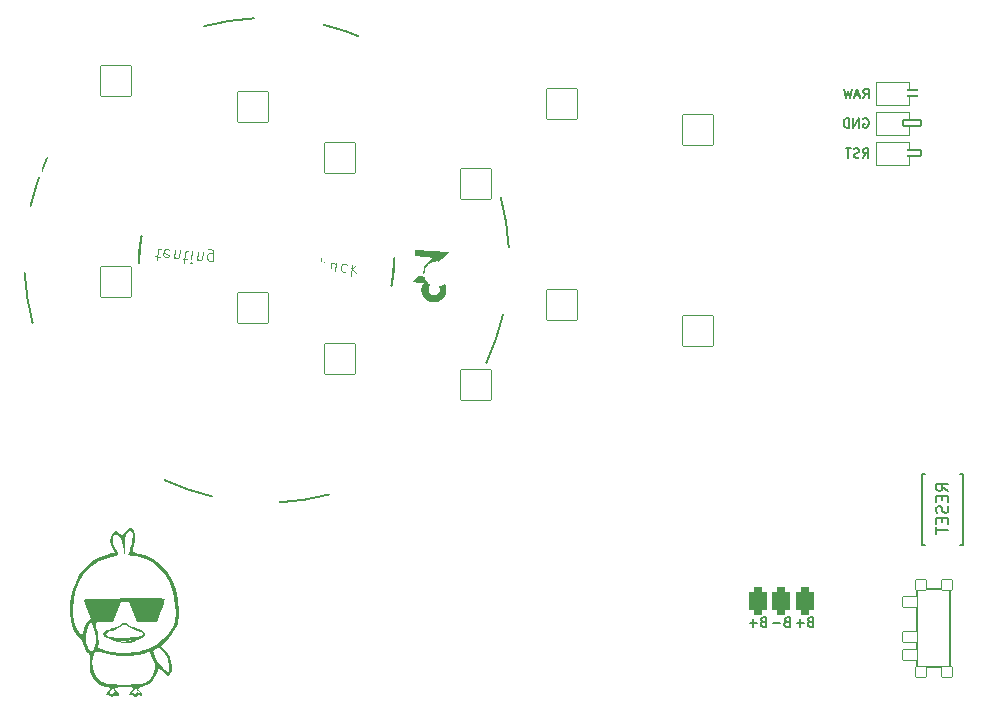
<source format=gbo>
%TF.GenerationSoftware,KiCad,Pcbnew,(6.0.4)*%
%TF.CreationDate,2022-05-15T06:34:31+02:00*%
%TF.ProjectId,battoota,62617474-6f6f-4746-912e-6b696361645f,v1.0.0*%
%TF.SameCoordinates,Original*%
%TF.FileFunction,Legend,Bot*%
%TF.FilePolarity,Positive*%
%FSLAX46Y46*%
G04 Gerber Fmt 4.6, Leading zero omitted, Abs format (unit mm)*
G04 Created by KiCad (PCBNEW (6.0.4)) date 2022-05-15 06:34:31*
%MOMM*%
%LPD*%
G01*
G04 APERTURE LIST*
G04 Aperture macros list*
%AMRoundRect*
0 Rectangle with rounded corners*
0 $1 Rounding radius*
0 $2 $3 $4 $5 $6 $7 $8 $9 X,Y pos of 4 corners*
0 Add a 4 corners polygon primitive as box body*
4,1,4,$2,$3,$4,$5,$6,$7,$8,$9,$2,$3,0*
0 Add four circle primitives for the rounded corners*
1,1,$1+$1,$2,$3*
1,1,$1+$1,$4,$5*
1,1,$1+$1,$6,$7*
1,1,$1+$1,$8,$9*
0 Add four rect primitives between the rounded corners*
20,1,$1+$1,$2,$3,$4,$5,0*
20,1,$1+$1,$4,$5,$6,$7,0*
20,1,$1+$1,$6,$7,$8,$9,0*
20,1,$1+$1,$8,$9,$2,$3,0*%
%AMFreePoly0*
4,1,16,0.685355,0.785355,0.700000,0.750000,0.691603,0.722265,0.210093,0.000000,0.691603,-0.722265,0.699029,-0.759806,0.677735,-0.791603,0.650000,-0.800000,-0.500000,-0.800000,-0.535355,-0.785355,-0.550000,-0.750000,-0.550000,0.750000,-0.535355,0.785355,-0.500000,0.800000,0.650000,0.800000,0.685355,0.785355,0.685355,0.785355,$1*%
%AMFreePoly1*
4,1,16,0.535355,0.785355,0.550000,0.750000,0.550000,-0.750000,0.535355,-0.785355,0.500000,-0.800000,-0.500000,-0.800000,-0.535355,-0.785355,-0.541603,-0.777735,-1.041603,-0.027735,-1.049029,0.009806,-1.041603,0.027735,-0.541603,0.777735,-0.509806,0.799029,-0.500000,0.800000,0.500000,0.800000,0.535355,0.785355,0.535355,0.785355,$1*%
G04 Aperture macros list end*
%ADD10C,0.150000*%
%ADD11C,0.100000*%
%ADD12C,0.120000*%
%ADD13C,0.200000*%
%ADD14C,0.010000*%
%ADD15RoundRect,0.375000X-0.375000X-0.750000X0.375000X-0.750000X0.375000X0.750000X-0.375000X0.750000X0*%
%ADD16C,1.752600*%
%ADD17RoundRect,0.425000X-0.375000X-0.750000X0.375000X-0.750000X0.375000X0.750000X-0.375000X0.750000X0*%
%ADD18C,2.100000*%
%ADD19C,3.100000*%
%ADD20C,1.801800*%
%ADD21C,3.529000*%
%ADD22RoundRect,0.050000X-1.277114X-1.322490X1.322490X-1.277114X1.277114X1.322490X-1.322490X1.277114X0*%
%ADD23C,2.132000*%
%ADD24RoundRect,0.050000X-1.300000X-1.300000X1.300000X-1.300000X1.300000X1.300000X-1.300000X1.300000X0*%
%ADD25RoundRect,0.050000X-1.666227X-0.776974X0.776974X-1.666227X1.666227X0.776974X-0.776974X1.666227X0*%
%ADD26RoundRect,0.050000X-0.450000X0.450000X-0.450000X-0.450000X0.450000X-0.450000X0.450000X0.450000X0*%
%ADD27C,1.100000*%
%ADD28RoundRect,0.050000X-0.625000X0.450000X-0.625000X-0.450000X0.625000X-0.450000X0.625000X0.450000X0*%
%ADD29RoundRect,0.050000X-1.253839X-1.344577X1.344577X-1.253839X1.253839X1.344577X-1.344577X1.253839X0*%
%ADD30RoundRect,0.050000X-1.408356X-1.181751X1.181751X-1.408356X1.408356X1.181751X-1.181751X1.408356X0*%
%ADD31C,1.852600*%
%ADD32FreePoly0,180.000000*%
%ADD33RoundRect,0.050000X-0.762000X0.250000X-0.762000X-0.250000X0.762000X-0.250000X0.762000X0.250000X0*%
%ADD34FreePoly1,180.000000*%
%ADD35C,4.500000*%
G04 APERTURE END LIST*
D10*
%TO.C,PAD1*%
X151983491Y56420824D02*
X151869205Y56382729D01*
X151831110Y56344634D01*
X151793015Y56268443D01*
X151793015Y56154158D01*
X151831110Y56077967D01*
X151869205Y56039872D01*
X151945396Y56001777D01*
X152250157Y56001777D01*
X152250157Y56801777D01*
X151983491Y56801777D01*
X151907300Y56763682D01*
X151869205Y56725586D01*
X151831110Y56649396D01*
X151831110Y56573205D01*
X151869205Y56497015D01*
X151907300Y56458920D01*
X151983491Y56420824D01*
X152250157Y56420824D01*
X151450157Y56306539D02*
X150840634Y56306539D01*
X151145396Y56001777D02*
X151145396Y56611301D01*
X147983491Y56420824D02*
X147869205Y56382729D01*
X147831110Y56344634D01*
X147793015Y56268443D01*
X147793015Y56154158D01*
X147831110Y56077967D01*
X147869205Y56039872D01*
X147945396Y56001777D01*
X148250157Y56001777D01*
X148250157Y56801777D01*
X147983491Y56801777D01*
X147907300Y56763682D01*
X147869205Y56725586D01*
X147831110Y56649396D01*
X147831110Y56573205D01*
X147869205Y56497015D01*
X147907300Y56458920D01*
X147983491Y56420824D01*
X148250157Y56420824D01*
X147450157Y56306539D02*
X146840634Y56306539D01*
X147145396Y56001777D02*
X147145396Y56611301D01*
X149983491Y56420824D02*
X149869205Y56382729D01*
X149831110Y56344634D01*
X149793015Y56268443D01*
X149793015Y56154158D01*
X149831110Y56077967D01*
X149869205Y56039872D01*
X149945396Y56001777D01*
X150250157Y56001777D01*
X150250157Y56801777D01*
X149983491Y56801777D01*
X149907300Y56763682D01*
X149869205Y56725586D01*
X149831110Y56649396D01*
X149831110Y56573205D01*
X149869205Y56497015D01*
X149907300Y56458920D01*
X149983491Y56420824D01*
X150250157Y56420824D01*
X149450157Y56306539D02*
X148840634Y56306539D01*
%TO.C,B1*%
X163655571Y67481899D02*
X163179381Y67815233D01*
X163655571Y68053328D02*
X162655571Y68053328D01*
X162655571Y67672376D01*
X162703191Y67577138D01*
X162750810Y67529519D01*
X162846048Y67481899D01*
X162988905Y67481899D01*
X163084143Y67529519D01*
X163131762Y67577138D01*
X163179381Y67672376D01*
X163179381Y68053328D01*
X163131762Y67053328D02*
X163131762Y66719995D01*
X163655571Y66577138D02*
X163655571Y67053328D01*
X162655571Y67053328D01*
X162655571Y66577138D01*
X163607952Y66196185D02*
X163655571Y66053328D01*
X163655571Y65815233D01*
X163607952Y65719995D01*
X163560333Y65672376D01*
X163465095Y65624757D01*
X163369857Y65624757D01*
X163274619Y65672376D01*
X163227000Y65719995D01*
X163179381Y65815233D01*
X163131762Y66005709D01*
X163084143Y66100947D01*
X163036524Y66148566D01*
X162941286Y66196185D01*
X162846048Y66196185D01*
X162750810Y66148566D01*
X162703191Y66100947D01*
X162655571Y66005709D01*
X162655571Y65767614D01*
X162703191Y65624757D01*
X163131762Y65196185D02*
X163131762Y64862852D01*
X163655571Y64719995D02*
X163655571Y65196185D01*
X162655571Y65196185D01*
X162655571Y64719995D01*
X162655571Y64434280D02*
X162655571Y63862852D01*
X163655571Y64148566D02*
X162655571Y64148566D01*
%TO.C,MCU1*%
X156461797Y100746264D02*
X156728464Y101127216D01*
X156918940Y100746264D02*
X156918940Y101546264D01*
X156614178Y101546264D01*
X156537988Y101508169D01*
X156499893Y101470073D01*
X156461797Y101393883D01*
X156461797Y101279597D01*
X156499893Y101203407D01*
X156537988Y101165311D01*
X156614178Y101127216D01*
X156918940Y101127216D01*
X156157036Y100974835D02*
X155776083Y100974835D01*
X156233226Y100746264D02*
X155966559Y101546264D01*
X155699893Y100746264D01*
X155509417Y101546264D02*
X155318940Y100746264D01*
X155166559Y101317692D01*
X155014178Y100746264D01*
X154823702Y101546264D01*
X156424534Y95708696D02*
X156691200Y96089648D01*
X156881677Y95708696D02*
X156881677Y96508696D01*
X156576915Y96508696D01*
X156500724Y96470601D01*
X156462629Y96432505D01*
X156424534Y96356315D01*
X156424534Y96242029D01*
X156462629Y96165839D01*
X156500724Y96127743D01*
X156576915Y96089648D01*
X156881677Y96089648D01*
X156119772Y95746791D02*
X156005486Y95708696D01*
X155815010Y95708696D01*
X155738819Y95746791D01*
X155700724Y95784886D01*
X155662629Y95861077D01*
X155662629Y95937267D01*
X155700724Y96013458D01*
X155738819Y96051553D01*
X155815010Y96089648D01*
X155967391Y96127743D01*
X156043581Y96165839D01*
X156081677Y96203934D01*
X156119772Y96280124D01*
X156119772Y96356315D01*
X156081677Y96432505D01*
X156043581Y96470601D01*
X155967391Y96508696D01*
X155776915Y96508696D01*
X155662629Y96470601D01*
X155434058Y96508696D02*
X154976915Y96508696D01*
X155205486Y95708696D02*
X155205486Y96508696D01*
X156481677Y99010601D02*
X156557868Y99048696D01*
X156672154Y99048696D01*
X156786439Y99010601D01*
X156862630Y98934410D01*
X156900725Y98858220D01*
X156938820Y98705839D01*
X156938820Y98591553D01*
X156900725Y98439172D01*
X156862630Y98362981D01*
X156786439Y98286791D01*
X156672154Y98248696D01*
X156595963Y98248696D01*
X156481677Y98286791D01*
X156443582Y98324886D01*
X156443582Y98591553D01*
X156595963Y98591553D01*
X156100725Y98248696D02*
X156100725Y99048696D01*
X155643582Y98248696D01*
X155643582Y99048696D01*
X155262630Y98248696D02*
X155262630Y99048696D01*
X155072154Y99048696D01*
X154957868Y99010601D01*
X154881677Y98934410D01*
X154843582Y98858220D01*
X154805487Y98705839D01*
X154805487Y98591553D01*
X154843582Y98439172D01*
X154881677Y98362981D01*
X154957868Y98286791D01*
X155072154Y98248696D01*
X155262630Y98248696D01*
D11*
%TO.C,REF\u002A\u002A*%
X96539323Y87368605D02*
X96918825Y87335402D01*
X96652584Y87024089D02*
X96727289Y87877970D01*
X96783027Y87968695D01*
X96882053Y88007833D01*
X96976929Y87999532D01*
X97684346Y87889840D02*
X97593621Y87945579D01*
X97403870Y87962180D01*
X97304844Y87923042D01*
X97249105Y87832317D01*
X97215903Y87452814D01*
X97255040Y87353788D01*
X97345766Y87298050D01*
X97535517Y87281449D01*
X97634543Y87320586D01*
X97690282Y87411312D01*
X97698582Y87506187D01*
X97232504Y87642566D01*
X98104771Y87231646D02*
X98162875Y87895775D01*
X98113072Y87326521D02*
X98156359Y87274933D01*
X98247085Y87219195D01*
X98389398Y87206744D01*
X98488424Y87245881D01*
X98544163Y87336607D01*
X98589816Y87858423D01*
X98863777Y87165241D02*
X99243280Y87132039D01*
X98977038Y86820725D02*
X99051743Y87674607D01*
X99107482Y87765332D01*
X99206508Y87804469D01*
X99301383Y87796169D01*
X99633448Y87767117D02*
X99575344Y87102987D01*
X99546293Y86770922D02*
X99503005Y86822510D01*
X99554593Y86865798D01*
X99597881Y86814210D01*
X99546293Y86770922D01*
X99554593Y86865798D01*
X100049723Y87061484D02*
X100107827Y87725614D01*
X100058023Y87156360D02*
X100101311Y87104772D01*
X100192036Y87049034D01*
X100334350Y87036583D01*
X100433376Y87075720D01*
X100489114Y87166445D01*
X100534767Y87688262D01*
X101377982Y86945277D02*
X101448537Y87751720D01*
X101409400Y87850746D01*
X101366112Y87902334D01*
X101275387Y87958072D01*
X101133073Y87970523D01*
X101034047Y87931386D01*
X101431936Y87561969D02*
X101341211Y87617707D01*
X101151459Y87634308D01*
X101052433Y87595171D01*
X101000845Y87551883D01*
X100945107Y87461158D01*
X100920205Y87176531D01*
X100959342Y87077505D01*
X101002630Y87025917D01*
X101093355Y86970178D01*
X101283107Y86953577D01*
X101382133Y86992715D01*
X110445757Y86215692D02*
X110532913Y87211887D01*
X110449907Y86263130D02*
X110540633Y86207391D01*
X110730384Y86190790D01*
X110829410Y86229927D01*
X110880998Y86273215D01*
X110936737Y86363940D01*
X110961638Y86648568D01*
X110922501Y86747593D01*
X110879214Y86799182D01*
X110788488Y86854920D01*
X110598737Y86871521D01*
X110499711Y86832384D01*
X111774017Y86099484D02*
X111832121Y86763614D01*
X111347076Y86136837D02*
X111392729Y86658653D01*
X111448468Y86749378D01*
X111547494Y86788516D01*
X111689807Y86776065D01*
X111780533Y86720326D01*
X111823820Y86668738D01*
X112729289Y86637321D02*
X112638564Y86693059D01*
X112448813Y86709660D01*
X112349787Y86670523D01*
X112298199Y86627236D01*
X112242460Y86536510D01*
X112217558Y86251883D01*
X112256696Y86152857D01*
X112299983Y86101269D01*
X112390709Y86045531D01*
X112580460Y86028930D01*
X112679486Y86068067D01*
X113160380Y86647406D02*
X113073225Y85651212D01*
X113222054Y86259603D02*
X113539883Y86614204D01*
X113481779Y85950074D02*
X113135479Y86362779D01*
D10*
%TO.C,B1*%
X164953191Y62902519D02*
X164703191Y62902519D01*
X164953191Y68902519D02*
X164953191Y62902519D01*
X161453191Y68902519D02*
X161703191Y68902519D01*
X161703191Y62902519D02*
X161453191Y62902519D01*
X161453191Y62902519D02*
X161453191Y68902519D01*
X164703191Y68902519D02*
X164953191Y68902519D01*
%TO.C,T2*%
X163850140Y53894619D02*
X163850140Y57794619D01*
X161000140Y52544619D02*
X163850140Y52544619D01*
X163850140Y59144619D02*
X161000140Y59144619D01*
X161000140Y59144619D02*
X161000140Y52544619D01*
X163850140Y55844619D02*
X163850140Y59144619D01*
X163850140Y55844619D02*
X163850140Y52544619D01*
D12*
%TO.C,MCU1*%
X160318690Y98922542D02*
X160318690Y99602542D01*
X160318690Y95062542D02*
X160318690Y95722542D01*
X160318690Y102142542D02*
X157518690Y102142542D01*
X157518690Y102142542D02*
X157518690Y100142542D01*
X160318690Y96397542D02*
X160318690Y97062542D01*
X157518690Y95062542D02*
X160318690Y95062542D01*
X160318690Y100142542D02*
X160318690Y100822542D01*
X157518690Y97062542D02*
X157518690Y95062542D01*
X160318690Y99602542D02*
X157518690Y99602542D01*
X160318690Y97062542D02*
X157518690Y97062542D01*
X160318690Y101472542D02*
X160318690Y102142542D01*
X160318690Y97602542D02*
X160318690Y98272542D01*
X157518690Y99602542D02*
X157518690Y97602542D01*
X157518690Y97602542D02*
X160318690Y97602542D01*
X157518690Y100142542D02*
X160318690Y100142542D01*
D13*
%TO.C,REF\u002A\u002A*%
X116719707Y86073125D02*
G75*
G03*
X116759141Y87202370I-10753822J940837D01*
G01*
X95177918Y87875940D02*
G75*
G03*
X95138484Y86746694I10753881J-940847D01*
G01*
X97303511Y68412016D02*
G75*
G03*
X101348154Y67020342I8662314J18602072D01*
G01*
X95369120Y89073754D02*
G75*
G03*
X95211863Y87954817I10596565J-2059774D01*
G01*
X116562451Y84954188D02*
G75*
G03*
X116719707Y86073125I-10596588J2059770D01*
G01*
X87363832Y95676250D02*
G75*
G03*
X85972156Y91631602I18601953J-8662279D01*
G01*
X114628063Y105615924D02*
G75*
G03*
X110583416Y107007600I-8662278J-18601953D01*
G01*
X95335175Y88994877D02*
G75*
G03*
X95177918Y87875940I10596587J-2059771D01*
G01*
X124567740Y78351696D02*
G75*
G03*
X125959414Y82396340I-18601955J8662275D01*
G01*
X126457509Y88089593D02*
G75*
G03*
X125789322Y92314451I-20491743J-1075626D01*
G01*
X107041407Y66522247D02*
G75*
G03*
X111266266Y67190434I-1075622J20491724D01*
G01*
X85474061Y85938349D02*
G75*
G03*
X86142248Y81713490I20491724J1075622D01*
G01*
X116685762Y85994247D02*
G75*
G03*
X116725196Y87123492I-10753843J940845D01*
G01*
X116528506Y84875310D02*
G75*
G03*
X116685762Y85994247I-10596588J2059770D01*
G01*
X104890163Y107505694D02*
G75*
G03*
X100665302Y106837507I1075622J-20491723D01*
G01*
X95211863Y87954817D02*
G75*
G03*
X95172429Y86825572I10753843J-940845D01*
G01*
G36*
X121281622Y87681062D02*
G01*
X121181780Y87598606D01*
X121166636Y87586098D01*
X121131629Y87557178D01*
X121081148Y87515472D01*
X121016531Y87462084D01*
X120939117Y87398121D01*
X120850242Y87324688D01*
X120751243Y87242891D01*
X120643460Y87153834D01*
X120528230Y87058622D01*
X120406890Y86958362D01*
X120280779Y86854158D01*
X120151234Y86747116D01*
X119220530Y85978082D01*
X119242581Y86265622D01*
X119264632Y86553163D01*
X120134259Y87283093D01*
X118506917Y87425467D01*
X118550186Y87920032D01*
X121281622Y87681062D01*
G37*
D14*
X121281622Y87681062D02*
X121181780Y87598606D01*
X121166636Y87586098D01*
X121131629Y87557178D01*
X121081148Y87515472D01*
X121016531Y87462084D01*
X120939117Y87398121D01*
X120850242Y87324688D01*
X120751243Y87242891D01*
X120643460Y87153834D01*
X120528230Y87058622D01*
X120406890Y86958362D01*
X120280779Y86854158D01*
X120151234Y86747116D01*
X119220530Y85978082D01*
X119242581Y86265622D01*
X119264632Y86553163D01*
X120134259Y87283093D01*
X118506917Y87425467D01*
X118550186Y87920032D01*
X121281622Y87681062D01*
G36*
X119561908Y85629415D02*
G01*
X119573599Y85628389D01*
X119723478Y85615015D01*
X119860170Y85602389D01*
X119982268Y85590659D01*
X120088369Y85579968D01*
X120177067Y85570462D01*
X120196943Y85568137D01*
X120246958Y85562287D01*
X120296635Y85555587D01*
X120324694Y85550509D01*
X120370194Y85537625D01*
X120493597Y85489132D01*
X120614173Y85423207D01*
X120725832Y85343479D01*
X120822484Y85253583D01*
X120830884Y85244422D01*
X120921388Y85127778D01*
X120994396Y84998503D01*
X121048517Y84860086D01*
X121082365Y84716020D01*
X121094547Y84569794D01*
X121090276Y84469538D01*
X121065985Y84322676D01*
X121021355Y84182613D01*
X120957656Y84051430D01*
X120876153Y83931201D01*
X120778115Y83824005D01*
X120664809Y83731916D01*
X120537504Y83657015D01*
X120426002Y83609296D01*
X120282663Y83568489D01*
X120135917Y83549852D01*
X119983122Y83552889D01*
X119894104Y83564252D01*
X119746373Y83599944D01*
X119608671Y83654907D01*
X119482575Y83727985D01*
X119369668Y83818026D01*
X119271531Y83923876D01*
X119189743Y84044383D01*
X119125886Y84178391D01*
X119099459Y84250821D01*
X119076902Y84328220D01*
X119063729Y84401298D01*
X119058504Y84478530D01*
X119059789Y84568395D01*
X119060676Y84586198D01*
X119063821Y84609619D01*
X119579945Y84609619D01*
X119580435Y84508287D01*
X119599753Y84409228D01*
X119637264Y84315967D01*
X119692328Y84232032D01*
X119764310Y84160946D01*
X119791182Y84140757D01*
X119880445Y84089129D01*
X119975972Y84057828D01*
X120082515Y84045126D01*
X120087810Y84044945D01*
X120143279Y84044427D01*
X120186051Y84048070D01*
X120225614Y84057302D01*
X120271451Y84073550D01*
X120311505Y84091616D01*
X120373691Y84127819D01*
X120433124Y84170859D01*
X120483441Y84215969D01*
X120518274Y84258380D01*
X120527430Y84273808D01*
X120548289Y84313044D01*
X120568061Y84354476D01*
X120593623Y84425344D01*
X120611149Y84527908D01*
X120607254Y84630178D01*
X120582683Y84729483D01*
X120538185Y84823150D01*
X120474505Y84908506D01*
X120392391Y84982879D01*
X120340950Y85016144D01*
X120249941Y85054654D01*
X120153684Y85073688D01*
X120055385Y85073950D01*
X119958251Y85056146D01*
X119865486Y85020984D01*
X119780300Y84969169D01*
X119705897Y84901405D01*
X119645484Y84818403D01*
X119638001Y84805001D01*
X119598922Y84709698D01*
X119579945Y84609619D01*
X119063821Y84609619D01*
X119079221Y84724308D01*
X119118156Y84851783D01*
X119177725Y84969254D01*
X119258174Y85077351D01*
X119277414Y85099893D01*
X119295860Y85123221D01*
X119303234Y85135054D01*
X119299298Y85136310D01*
X119275708Y85139828D01*
X119232865Y85144908D01*
X119173120Y85151309D01*
X119098827Y85158788D01*
X119012337Y85167108D01*
X118916003Y85176027D01*
X118812177Y85185304D01*
X118320500Y85228468D01*
X118872834Y85689789D01*
X119561908Y85629415D01*
G37*
X119561908Y85629415D02*
X119573599Y85628389D01*
X119723478Y85615015D01*
X119860170Y85602389D01*
X119982268Y85590659D01*
X120088369Y85579968D01*
X120177067Y85570462D01*
X120196943Y85568137D01*
X120246958Y85562287D01*
X120296635Y85555587D01*
X120324694Y85550509D01*
X120370194Y85537625D01*
X120493597Y85489132D01*
X120614173Y85423207D01*
X120725832Y85343479D01*
X120822484Y85253583D01*
X120830884Y85244422D01*
X120921388Y85127778D01*
X120994396Y84998503D01*
X121048517Y84860086D01*
X121082365Y84716020D01*
X121094547Y84569794D01*
X121090276Y84469538D01*
X121065985Y84322676D01*
X121021355Y84182613D01*
X120957656Y84051430D01*
X120876153Y83931201D01*
X120778115Y83824005D01*
X120664809Y83731916D01*
X120537504Y83657015D01*
X120426002Y83609296D01*
X120282663Y83568489D01*
X120135917Y83549852D01*
X119983122Y83552889D01*
X119894104Y83564252D01*
X119746373Y83599944D01*
X119608671Y83654907D01*
X119482575Y83727985D01*
X119369668Y83818026D01*
X119271531Y83923876D01*
X119189743Y84044383D01*
X119125886Y84178391D01*
X119099459Y84250821D01*
X119076902Y84328220D01*
X119063729Y84401298D01*
X119058504Y84478530D01*
X119059789Y84568395D01*
X119060676Y84586198D01*
X119063821Y84609619D01*
X119579945Y84609619D01*
X119580435Y84508287D01*
X119599753Y84409228D01*
X119637264Y84315967D01*
X119692328Y84232032D01*
X119764310Y84160946D01*
X119791182Y84140757D01*
X119880445Y84089129D01*
X119975972Y84057828D01*
X120082515Y84045126D01*
X120087810Y84044945D01*
X120143279Y84044427D01*
X120186051Y84048070D01*
X120225614Y84057302D01*
X120271451Y84073550D01*
X120311505Y84091616D01*
X120373691Y84127819D01*
X120433124Y84170859D01*
X120483441Y84215969D01*
X120518274Y84258380D01*
X120527430Y84273808D01*
X120548289Y84313044D01*
X120568061Y84354476D01*
X120593623Y84425344D01*
X120611149Y84527908D01*
X120607254Y84630178D01*
X120582683Y84729483D01*
X120538185Y84823150D01*
X120474505Y84908506D01*
X120392391Y84982879D01*
X120340950Y85016144D01*
X120249941Y85054654D01*
X120153684Y85073688D01*
X120055385Y85073950D01*
X119958251Y85056146D01*
X119865486Y85020984D01*
X119780300Y84969169D01*
X119705897Y84901405D01*
X119645484Y84818403D01*
X119638001Y84805001D01*
X119598922Y84709698D01*
X119579945Y84609619D01*
X119063821Y84609619D01*
X119079221Y84724308D01*
X119118156Y84851783D01*
X119177725Y84969254D01*
X119258174Y85077351D01*
X119277414Y85099893D01*
X119295860Y85123221D01*
X119303234Y85135054D01*
X119299298Y85136310D01*
X119275708Y85139828D01*
X119232865Y85144908D01*
X119173120Y85151309D01*
X119098827Y85158788D01*
X119012337Y85167108D01*
X118916003Y85176027D01*
X118812177Y85185304D01*
X118320500Y85228468D01*
X118872834Y85689789D01*
X119561908Y85629415D01*
G36*
X120846532Y86716492D02*
G01*
X120849734Y86713023D01*
X120870948Y86689216D01*
X120903565Y86651885D01*
X120944754Y86604298D01*
X120991689Y86549717D01*
X121041539Y86491408D01*
X121201830Y86303372D01*
X121147792Y85685717D01*
X121116752Y85716842D01*
X121114271Y85719361D01*
X121092932Y85741975D01*
X121060083Y85777732D01*
X121017650Y85824468D01*
X120967558Y85880017D01*
X120911731Y85942216D01*
X120852097Y86008897D01*
X120790579Y86077896D01*
X120729102Y86147050D01*
X120669592Y86214191D01*
X120613974Y86277157D01*
X120564174Y86333780D01*
X120522115Y86381898D01*
X120489725Y86419343D01*
X120468927Y86443952D01*
X120461648Y86453558D01*
X120461876Y86454071D01*
X120472952Y86465378D01*
X120498703Y86488704D01*
X120536434Y86521688D01*
X120583449Y86561968D01*
X120637049Y86607181D01*
X120811814Y86753541D01*
X120846532Y86716492D01*
G37*
X120846532Y86716492D02*
X120849734Y86713023D01*
X120870948Y86689216D01*
X120903565Y86651885D01*
X120944754Y86604298D01*
X120991689Y86549717D01*
X121041539Y86491408D01*
X121201830Y86303372D01*
X121147792Y85685717D01*
X121116752Y85716842D01*
X121114271Y85719361D01*
X121092932Y85741975D01*
X121060083Y85777732D01*
X121017650Y85824468D01*
X120967558Y85880017D01*
X120911731Y85942216D01*
X120852097Y86008897D01*
X120790579Y86077896D01*
X120729102Y86147050D01*
X120669592Y86214191D01*
X120613974Y86277157D01*
X120564174Y86333780D01*
X120522115Y86381898D01*
X120489725Y86419343D01*
X120468927Y86443952D01*
X120461648Y86453558D01*
X120461876Y86454071D01*
X120472952Y86465378D01*
X120498703Y86488704D01*
X120536434Y86521688D01*
X120583449Y86561968D01*
X120637049Y86607181D01*
X120811814Y86753541D01*
X120846532Y86716492D01*
%TO.C,G\u002A\u002A\u002A*%
G36*
X94630151Y54707570D02*
G01*
X94396858Y54643258D01*
X94146747Y54624050D01*
X93810667Y54635225D01*
X93526219Y54656367D01*
X93256312Y54699910D01*
X93120476Y54741218D01*
X93661943Y54741218D01*
X93712212Y54724332D01*
X93895333Y54717727D01*
X94019582Y54720197D01*
X94125956Y54733481D01*
X94085833Y54754419D01*
X93951551Y54768426D01*
X93704833Y54754419D01*
X93661943Y54741218D01*
X93120476Y54741218D01*
X92994058Y54779662D01*
X92876275Y54830486D01*
X94341597Y54830486D01*
X94342908Y54801584D01*
X94452722Y54786018D01*
X94535945Y54799576D01*
X94503875Y54837170D01*
X94454914Y54850698D01*
X94341597Y54830486D01*
X92876275Y54830486D01*
X92687996Y54911729D01*
X92286667Y55112217D01*
X92208282Y55183879D01*
X92132425Y55360900D01*
X92132991Y55368759D01*
X92339283Y55368759D01*
X92397983Y55253540D01*
X92625333Y55143946D01*
X92847118Y55090411D01*
X93223604Y55048327D01*
X93664575Y55034937D01*
X94131166Y55047895D01*
X94584513Y55084850D01*
X94985752Y55143456D01*
X95296017Y55221363D01*
X95476445Y55316223D01*
X95492870Y55337106D01*
X95467648Y55440963D01*
X95285368Y55554542D01*
X94955354Y55671486D01*
X94780003Y55729272D01*
X94492971Y55850367D01*
X94290142Y55968931D01*
X94063133Y56096450D01*
X93778078Y56113650D01*
X93516467Y55966671D01*
X93392165Y55880634D01*
X93135190Y55755590D01*
X92833677Y55645696D01*
X92725675Y55610865D01*
X92448694Y55488302D01*
X92339283Y55368759D01*
X92132991Y55368759D01*
X92140521Y55473243D01*
X92240681Y55587134D01*
X92471092Y55710227D01*
X92577253Y55755334D01*
X92833403Y55842614D01*
X93021004Y55878141D01*
X93048079Y55880318D01*
X93244595Y55951562D01*
X93456560Y56091667D01*
X93505819Y56131487D01*
X93779808Y56277658D01*
X94047205Y56267960D01*
X94345483Y56102867D01*
X94364727Y56089006D01*
X94645319Y55941058D01*
X94941455Y55852737D01*
X95061155Y55830092D01*
X95379092Y55717187D01*
X95594233Y55556210D01*
X95673333Y55369127D01*
X95669109Y55337106D01*
X95668339Y55331266D01*
X95588156Y55214183D01*
X95392697Y55076498D01*
X95059500Y54901081D01*
X94915777Y54831706D01*
X94841849Y54799576D01*
X94689770Y54733481D01*
X94630151Y54707570D01*
G37*
G36*
X97799442Y51985333D02*
G01*
X97620028Y51773667D01*
X97429847Y51994905D01*
X97238073Y52186204D01*
X97023991Y52353234D01*
X96808316Y52490324D01*
X96707046Y52111686D01*
X96629659Y51887333D01*
X96366231Y51462822D01*
X95994214Y51144981D01*
X95540861Y50960708D01*
X95290623Y50892245D01*
X95117737Y50798440D01*
X95105769Y50691711D01*
X95250000Y50565649D01*
X95352742Y50466672D01*
X95378027Y50400075D01*
X95419333Y50291283D01*
X95407101Y50168285D01*
X95337061Y50132079D01*
X95168231Y50205783D01*
X95044914Y50243962D01*
X94964787Y50163450D01*
X94913787Y50081950D01*
X94793044Y50046823D01*
X94691542Y50155644D01*
X94639140Y50215602D01*
X94482532Y50230436D01*
X94399061Y50222079D01*
X94322767Y50286006D01*
X94347863Y50399653D01*
X94516775Y50399653D01*
X94588529Y50406426D01*
X94675489Y50412391D01*
X94770055Y50308474D01*
X94782357Y50267625D01*
X94819397Y50234979D01*
X94870367Y50357285D01*
X94882796Y50393841D01*
X94950581Y50494172D01*
X95050721Y50451053D01*
X95122415Y50405425D01*
X95216964Y50400075D01*
X95205574Y50453346D01*
X95087918Y50542119D01*
X94978257Y50630734D01*
X94904649Y50781812D01*
X94890157Y50872713D01*
X94852119Y50800000D01*
X94777115Y50677619D01*
X94625970Y50516952D01*
X94578370Y50474588D01*
X94516775Y50399653D01*
X94347863Y50399653D01*
X94352613Y50421165D01*
X94488000Y50588333D01*
X94600721Y50708613D01*
X94657333Y50813122D01*
X94638058Y50829097D01*
X94491057Y50857605D01*
X94230892Y50877310D01*
X93895333Y50884667D01*
X93500743Y50875436D01*
X93243987Y50841712D01*
X93133063Y50776462D01*
X93156460Y50672668D01*
X93302667Y50523312D01*
X93412249Y50398914D01*
X93435969Y50339995D01*
X93472000Y50250496D01*
X93416192Y50147763D01*
X93289393Y50129312D01*
X93172536Y50212400D01*
X93114992Y50241809D01*
X93003905Y50148900D01*
X92993052Y50134460D01*
X92887871Y50046615D01*
X92783433Y50101500D01*
X92715286Y50151084D01*
X92523733Y50207333D01*
X92469490Y50213637D01*
X92380726Y50295190D01*
X92401931Y50411615D01*
X92582325Y50411615D01*
X92641196Y50409547D01*
X92727380Y50413538D01*
X92813434Y50308474D01*
X92825393Y50257281D01*
X92862678Y50220838D01*
X92937544Y50330334D01*
X92972231Y50386915D01*
X93058980Y50448307D01*
X93188640Y50375229D01*
X93250894Y50330200D01*
X93265299Y50339995D01*
X93165277Y50463896D01*
X93025462Y50647764D01*
X92939127Y50800000D01*
X92938865Y50800718D01*
X92900071Y50877530D01*
X92886018Y50789160D01*
X92832576Y50660603D01*
X92688833Y50509234D01*
X92669500Y50494616D01*
X92582325Y50411615D01*
X92401931Y50411615D01*
X92405276Y50429982D01*
X92540667Y50565649D01*
X92631006Y50631564D01*
X92701167Y50756732D01*
X92606699Y50856951D01*
X92350167Y50927352D01*
X92337828Y50929377D01*
X91861255Y51091629D01*
X91460784Y51391861D01*
X91171089Y51804285D01*
X91087814Y51998086D01*
X91023345Y52239840D01*
X90993408Y52536258D01*
X90988903Y52944280D01*
X90988860Y52981843D01*
X91209666Y52981843D01*
X91243855Y52458080D01*
X91403259Y51986486D01*
X91675834Y51597674D01*
X92049535Y51322256D01*
X92087740Y51303624D01*
X92276097Y51225150D01*
X92480546Y51170693D01*
X92739395Y51134516D01*
X93090955Y51110884D01*
X93573535Y51094059D01*
X94144697Y51085675D01*
X94763194Y51103676D01*
X95251581Y51160229D01*
X95630819Y51261432D01*
X95921870Y51413383D01*
X96145694Y51622178D01*
X96323254Y51893915D01*
X96424529Y52130475D01*
X96506471Y52510221D01*
X96495436Y52859890D01*
X96388576Y53125717D01*
X96373639Y53146821D01*
X96266099Y53356554D01*
X96176048Y53613628D01*
X96118673Y53792155D01*
X96046930Y53880658D01*
X95944947Y53858602D01*
X95924596Y53849158D01*
X95746335Y53789770D01*
X95464680Y53713483D01*
X95130784Y53634382D01*
X95065628Y53620603D01*
X94366584Y53533659D01*
X93602673Y53530520D01*
X92846225Y53608041D01*
X92169571Y53763080D01*
X91877909Y53846803D01*
X91618710Y53880246D01*
X91452449Y53816468D01*
X91344247Y53638916D01*
X91259226Y53331036D01*
X91209666Y52981843D01*
X90988860Y52981843D01*
X90988570Y53237704D01*
X90973264Y53515229D01*
X90937135Y53672581D01*
X90876186Y53737889D01*
X90832845Y53765392D01*
X90703348Y53921409D01*
X90570098Y54152370D01*
X90466010Y54396190D01*
X90424000Y54590787D01*
X90417492Y54631718D01*
X90326503Y54805426D01*
X90162447Y54996326D01*
X90006162Y55166417D01*
X90623034Y55166417D01*
X90677891Y54610457D01*
X90712798Y54490235D01*
X90833625Y54214049D01*
X90973471Y54018144D01*
X91171612Y53832000D01*
X91324621Y54065520D01*
X91331980Y54077211D01*
X91424587Y54337259D01*
X91472045Y54698011D01*
X91473874Y55100552D01*
X91429593Y55485965D01*
X91338723Y55795333D01*
X91324513Y55826852D01*
X91220312Y56070303D01*
X91146909Y56261000D01*
X91133108Y56298654D01*
X91086548Y56353984D01*
X91015508Y56294714D01*
X90892074Y56103603D01*
X90715494Y55709602D01*
X90623034Y55166417D01*
X90006162Y55166417D01*
X89931662Y55247498D01*
X89586687Y55808695D01*
X89368912Y56467274D01*
X89280310Y57211605D01*
X89291634Y57429453D01*
X89577333Y57429453D01*
X89591598Y56996053D01*
X89672256Y56449611D01*
X89836742Y55973902D01*
X90099358Y55516515D01*
X90311877Y55203765D01*
X90454579Y55717039D01*
X90512624Y55897483D01*
X90660243Y56225386D01*
X90822024Y56455054D01*
X91046766Y56679797D01*
X90767747Y57469373D01*
X90690937Y57692082D01*
X90594480Y57991971D01*
X90535123Y58204433D01*
X90523469Y58293691D01*
X90533327Y58296156D01*
X90669931Y58305891D01*
X90952109Y58317554D01*
X91361589Y58330639D01*
X91880102Y58344643D01*
X92489378Y58359060D01*
X93171145Y58373386D01*
X93907135Y58387118D01*
X94795177Y58401149D01*
X95579608Y58409805D01*
X96208620Y58411980D01*
X96689312Y58407606D01*
X97028786Y58396614D01*
X97234143Y58378938D01*
X97312483Y58354508D01*
X97307050Y58248229D01*
X97249196Y58017387D01*
X97148276Y57697411D01*
X97014266Y57322808D01*
X96659625Y56382404D01*
X95807568Y56406369D01*
X94955512Y56430333D01*
X94261764Y58123667D01*
X93601220Y58123667D01*
X93254393Y57277000D01*
X92907567Y56430333D01*
X92164569Y56405736D01*
X92121125Y56404380D01*
X91791435Y56396045D01*
X91586381Y56374134D01*
X91487795Y56308177D01*
X91477510Y56167705D01*
X91537359Y55922247D01*
X91649173Y55541333D01*
X91717659Y55233477D01*
X91720290Y55100552D01*
X91729460Y54637344D01*
X91676032Y54199020D01*
X92256516Y54013069D01*
X92381603Y53976360D01*
X92909152Y53870313D01*
X93513967Y53806463D01*
X94136441Y53787253D01*
X94716969Y53815128D01*
X95195943Y53892532D01*
X95246688Y53909326D01*
X96351494Y53909326D01*
X96390368Y53730301D01*
X96518490Y53441811D01*
X96708946Y53115634D01*
X96933603Y52799169D01*
X97164329Y52539817D01*
X97196620Y52510221D01*
X97369582Y52351693D01*
X97543381Y52209176D01*
X97635814Y52154667D01*
X97659990Y52167971D01*
X97696983Y52296558D01*
X97704551Y52522068D01*
X97685264Y52795410D01*
X97641694Y53067490D01*
X97576409Y53289213D01*
X97523846Y53397075D01*
X97350897Y53671777D01*
X97145022Y53932562D01*
X96977735Y54111678D01*
X96854785Y54204283D01*
X96744974Y54207257D01*
X96596613Y54140169D01*
X96584045Y54133534D01*
X96419054Y54015990D01*
X96351494Y53909326D01*
X95246688Y53909326D01*
X95885072Y54120600D01*
X96577636Y54472478D01*
X97178727Y54912535D01*
X97663451Y55422255D01*
X98006911Y55983122D01*
X98086050Y56163499D01*
X98172071Y56405438D01*
X98220933Y56648424D01*
X98242355Y56948489D01*
X98246059Y57361667D01*
X98233847Y57779333D01*
X98144551Y58506649D01*
X97955106Y59186223D01*
X97649351Y59886437D01*
X97444161Y60251778D01*
X96969924Y60864119D01*
X96392712Y61346115D01*
X95704860Y61703495D01*
X94898703Y61941985D01*
X94848022Y61952616D01*
X94556096Y62016566D01*
X94344460Y62067479D01*
X94255967Y62095145D01*
X94253630Y62102716D01*
X94279213Y62214187D01*
X94350757Y62407500D01*
X94426846Y62619207D01*
X94524172Y62978858D01*
X94595789Y63347712D01*
X94631429Y63669494D01*
X94620827Y63887926D01*
X94559249Y64018007D01*
X94397400Y64092667D01*
X94368545Y64090770D01*
X94202876Y63985839D01*
X94080976Y63726886D01*
X94005724Y63322946D01*
X93980000Y62783053D01*
X93973060Y62468386D01*
X93951015Y62210475D01*
X93920090Y62080986D01*
X93886732Y62089934D01*
X93857386Y62247336D01*
X93838501Y62563209D01*
X93811962Y62865990D01*
X93708895Y63278090D01*
X93543192Y63593086D01*
X93329296Y63776561D01*
X93236143Y63809953D01*
X93059528Y63789447D01*
X92955656Y63620138D01*
X92921667Y63298676D01*
X92969683Y62962479D01*
X93147334Y62640621D01*
X93284157Y62452524D01*
X93395912Y62237979D01*
X93371634Y62097781D01*
X93200337Y62003552D01*
X92871037Y61926916D01*
X92514894Y61842944D01*
X91790956Y61553262D01*
X91153053Y61128956D01*
X90610423Y60582637D01*
X90172300Y59926916D01*
X89847920Y59174405D01*
X89646519Y58337713D01*
X89577333Y57429453D01*
X89291634Y57429453D01*
X89322854Y58030057D01*
X89498516Y58910998D01*
X89714637Y59564422D01*
X90100594Y60336015D01*
X90591518Y60989912D01*
X91178665Y61516989D01*
X91853291Y61908122D01*
X92606652Y62154187D01*
X92820479Y62201611D01*
X93026705Y62250687D01*
X93116352Y62276777D01*
X93113828Y62297299D01*
X93049179Y62420230D01*
X92925852Y62612889D01*
X92787409Y62875491D01*
X92704290Y63251560D01*
X92747669Y63602480D01*
X92917818Y63884849D01*
X93037321Y63996981D01*
X93184764Y64076560D01*
X93334198Y64037237D01*
X93544308Y63878407D01*
X93798941Y63664147D01*
X93910637Y63896498D01*
X94042017Y64082620D01*
X94249381Y64256116D01*
X94383944Y64323239D01*
X94511315Y64328022D01*
X94651548Y64224903D01*
X94749675Y64085694D01*
X94821521Y63771329D01*
X94805796Y63344949D01*
X94701780Y62826604D01*
X94654589Y62630014D01*
X94618996Y62419930D01*
X94623079Y62320699D01*
X94692549Y62291120D01*
X94889183Y62236755D01*
X95159750Y62176064D01*
X95646798Y62044555D01*
X96358391Y61718224D01*
X96980856Y61258241D01*
X97507025Y60675014D01*
X97929730Y59978953D01*
X98241804Y59180466D01*
X98436078Y58289961D01*
X98502260Y57361667D01*
X98505384Y57317846D01*
X98505914Y57062525D01*
X98499961Y56708150D01*
X98478003Y56449785D01*
X98431675Y56240285D01*
X98352614Y56032507D01*
X98232459Y55779309D01*
X97973312Y55341863D01*
X97496756Y54796888D01*
X97038261Y54377850D01*
X97294885Y54134092D01*
X97535219Y53850123D01*
X97752833Y53458525D01*
X97897385Y53036541D01*
X97959553Y52623879D01*
X97951282Y52522068D01*
X97930013Y52260241D01*
X97799442Y51985333D01*
G37*
%TD*%
D15*
%TO.C,PAD1*%
X151545396Y58163682D03*
X149545396Y58163682D03*
X147545396Y58163682D03*
%TD*%
D16*
%TO.C,MCU1*%
X161977213Y98602542D03*
X161977213Y96062542D03*
X146737213Y96062542D03*
X146737213Y101226288D03*
X161977213Y101142542D03*
X146737213Y98602542D03*
X146737213Y93522542D03*
X146737213Y90982542D03*
X146737213Y88442542D03*
X146737213Y85902542D03*
X146737213Y83362542D03*
X146737213Y80822542D03*
X146737213Y78282542D03*
X146737213Y75742542D03*
X146737213Y73202542D03*
X161977213Y93522542D03*
X161977213Y90982542D03*
X161977213Y88442542D03*
X161977213Y85902542D03*
X161977213Y83362542D03*
X161977213Y80822542D03*
X161977213Y78282542D03*
X161977213Y75742542D03*
X161977213Y73202542D03*
%TD*%
%LPC*%
D17*
%TO.C,PAD1*%
X151545396Y58163682D03*
X149545396Y58163682D03*
X147545396Y58163682D03*
%TD*%
D18*
%TO.C,B1*%
X163203191Y69152519D03*
X163203191Y62652519D03*
%TD*%
D19*
%TO.C,S11*%
X81997140Y112399354D03*
X76959506Y114511757D03*
X76959506Y114511757D03*
D20*
X71564186Y108466675D03*
D19*
X71998663Y112224830D03*
D21*
X77063348Y108562663D03*
D20*
X82562510Y108658651D03*
D22*
X73685005Y114454600D03*
X85271641Y112456511D03*
%TD*%
D20*
%TO.C,S34*%
X141178726Y44889558D03*
D21*
X136010417Y46770669D03*
D20*
X130842108Y48651780D03*
D23*
X130012277Y44909938D03*
X139409204Y41489736D03*
X133992498Y41226483D03*
X133992498Y41226483D03*
%TD*%
D21*
%TO.C,S15*%
X96495817Y96246989D03*
D20*
X101995817Y96246989D03*
D19*
X101495817Y99996989D03*
X96495817Y102196989D03*
X96495817Y102196989D03*
X91495817Y99996989D03*
D20*
X90995817Y96246989D03*
D24*
X93220817Y102196989D03*
X104770817Y99996989D03*
%TD*%
D19*
%TO.C,S21*%
X115411087Y95636017D03*
D20*
X109911087Y89686017D03*
D19*
X115411087Y95636017D03*
X120411087Y93436017D03*
D20*
X120911087Y89686017D03*
D19*
X110411087Y93436017D03*
D21*
X115411087Y89686017D03*
D24*
X112136087Y95636017D03*
X123686087Y93436017D03*
%TD*%
D20*
%TO.C,S8*%
X72157570Y74471854D03*
X83155894Y74663830D03*
D21*
X77656732Y74567842D03*
D23*
X72723813Y70681159D03*
X82722290Y70855683D03*
X77759701Y68668741D03*
X77759701Y68668741D03*
%TD*%
D21*
%TO.C,S14*%
X96495817Y79246989D03*
D20*
X101995817Y79246989D03*
X90995817Y79246989D03*
D23*
X91495817Y75446989D03*
X101495817Y75446989D03*
X96495817Y73346989D03*
X96495817Y73346989D03*
%TD*%
D21*
%TO.C,S20*%
X115411087Y72686017D03*
D20*
X109911087Y72686017D03*
X120911087Y72686017D03*
D23*
X120411087Y68886017D03*
X110411087Y68886017D03*
X115411087Y66786017D03*
X115411087Y66786017D03*
%TD*%
D20*
%TO.C,S28*%
X128718280Y77278852D03*
X139718280Y77278852D03*
D21*
X134218280Y77278852D03*
D23*
X129218280Y73478852D03*
X139218280Y73478852D03*
X134218280Y71378852D03*
X134218280Y71378852D03*
%TD*%
D19*
%TO.C,S29*%
X134218280Y100228852D03*
X134218280Y100228852D03*
D20*
X139718280Y94278852D03*
D21*
X134218280Y94278852D03*
D19*
X139218280Y98028852D03*
X129218280Y98028852D03*
D20*
X128718280Y94278852D03*
D24*
X130943280Y100228852D03*
X142493280Y98028852D03*
%TD*%
D21*
%TO.C,S33*%
X136010417Y46770669D03*
D19*
X138045437Y52361840D03*
X132594529Y52004617D03*
D20*
X130842108Y48651780D03*
D19*
X138045437Y52361840D03*
X141991456Y48584416D03*
D20*
X141178726Y44889558D03*
D25*
X134967944Y53481956D03*
X145068949Y47464300D03*
%TD*%
D19*
%TO.C,S7*%
X72592047Y78230009D03*
X82590524Y78404533D03*
X77552890Y80516936D03*
D20*
X72157570Y74471854D03*
D19*
X77552890Y80516936D03*
D20*
X83155894Y74663830D03*
D21*
X77656732Y74567842D03*
D22*
X74278389Y80459779D03*
X85865025Y78461690D03*
%TD*%
D26*
%TO.C,T2*%
X163600140Y52144619D03*
X163600140Y59544619D03*
X161400140Y52144619D03*
X161400140Y59544619D03*
D27*
X162500140Y57344619D03*
X162500140Y54344619D03*
D28*
X160425140Y58094619D03*
X160425140Y55094619D03*
X160425140Y53594619D03*
%TD*%
D21*
%TO.C,S5*%
X57955529Y93584341D03*
D20*
X63452179Y93776288D03*
D19*
X57747877Y99530716D03*
X57747877Y99530716D03*
D20*
X52458879Y93392394D03*
D19*
X52827702Y97157559D03*
X62821610Y97506554D03*
D29*
X54474872Y99416421D03*
X66094615Y97620850D03*
%TD*%
D19*
%TO.C,S27*%
X129218280Y81028852D03*
D20*
X139718280Y77278852D03*
D21*
X134218280Y77278852D03*
D19*
X139218280Y81028852D03*
X134218280Y83228852D03*
X134218280Y83228852D03*
D20*
X128718280Y77278852D03*
D24*
X130943280Y83228852D03*
X142493280Y81028852D03*
%TD*%
D19*
%TO.C,S9*%
X72295355Y95227420D03*
D21*
X77360040Y91565253D03*
D19*
X77256198Y97514347D03*
X82293832Y95401944D03*
D20*
X71860878Y91469265D03*
D19*
X77256198Y97514347D03*
D20*
X82859202Y91661241D03*
D22*
X73981697Y97457190D03*
X85568333Y95459101D03*
%TD*%
D20*
%TO.C,S16*%
X101995817Y96246989D03*
D21*
X96495817Y96246989D03*
D20*
X90995817Y96246989D03*
D23*
X101495817Y92446989D03*
X91495817Y92446989D03*
X96495817Y90346989D03*
X96495817Y90346989D03*
%TD*%
D20*
%TO.C,S30*%
X139718280Y94278852D03*
X128718280Y94278852D03*
D21*
X134218280Y94278852D03*
D23*
X139218280Y90478852D03*
X129218280Y90478852D03*
X134218280Y88378852D03*
X134218280Y88378852D03*
%TD*%
D20*
%TO.C,S13*%
X90995817Y79246989D03*
X101995817Y79246989D03*
D21*
X96495817Y79246989D03*
D19*
X96495817Y85196989D03*
X101495817Y82996989D03*
X96495817Y85196989D03*
X91495817Y82996989D03*
D24*
X93220817Y85196989D03*
X104770817Y82996989D03*
%TD*%
D20*
%TO.C,S24*%
X109911087Y106686017D03*
X120911087Y106686017D03*
D21*
X115411087Y106686017D03*
D23*
X110411087Y102886017D03*
X120411087Y102886017D03*
X115411087Y100786017D03*
X115411087Y100786017D03*
%TD*%
D20*
%TO.C,S17*%
X90995818Y113246989D03*
D21*
X96495818Y113246989D03*
D20*
X101995818Y113246989D03*
D19*
X91495818Y116996989D03*
X101495818Y116996989D03*
X96495818Y119196989D03*
X96495818Y119196989D03*
D24*
X93220818Y119196989D03*
X104770818Y116996989D03*
%TD*%
D20*
%TO.C,S4*%
X53052170Y76402748D03*
X64045470Y76786642D03*
D21*
X58548820Y76594695D03*
D23*
X53684484Y72622512D03*
X63678392Y72971507D03*
X58754727Y70698289D03*
X58754727Y70698289D03*
%TD*%
D20*
%TO.C,S10*%
X82859202Y91661241D03*
X71860878Y91469265D03*
D21*
X77360040Y91565253D03*
D23*
X72427121Y87678570D03*
X82425598Y87853094D03*
X77463009Y85666152D03*
X77463009Y85666152D03*
%TD*%
D20*
%TO.C,S22*%
X109911087Y89686017D03*
X120911087Y89686017D03*
D21*
X115411087Y89686017D03*
D23*
X110411087Y85886017D03*
X120411087Y85886017D03*
X115411087Y83786017D03*
X115411087Y83786017D03*
%TD*%
D21*
%TO.C,S31*%
X116421084Y51113520D03*
D20*
X110942013Y51592877D03*
D19*
X116939661Y57040878D03*
X121728892Y54413471D03*
X116939661Y57040878D03*
X111766945Y55285029D03*
D20*
X121900155Y50634163D03*
D30*
X113677123Y57326314D03*
X124991429Y54128036D03*
%TD*%
D31*
%TO.C,MCU1*%
X161977213Y98602542D03*
D32*
X159643690Y98602542D03*
D31*
X161977213Y96062542D03*
D33*
X160593690Y101142542D03*
D31*
X146737213Y96062542D03*
D33*
X160593690Y98602542D03*
X160593690Y96062542D03*
D32*
X159643690Y96062542D03*
X159643690Y101142542D03*
D31*
X146737213Y101226288D03*
X161977213Y101142542D03*
X146737213Y98602542D03*
D34*
X158193690Y101142542D03*
X158193690Y98602542D03*
X158193690Y96062542D03*
D31*
X146737213Y93522542D03*
X146737213Y90982542D03*
X146737213Y88442542D03*
X146737213Y85902542D03*
X146737213Y83362542D03*
X146737213Y80822542D03*
X146737213Y78282542D03*
X146737213Y75742542D03*
X146737213Y73202542D03*
X161977213Y93522542D03*
X161977213Y90982542D03*
X161977213Y88442542D03*
X161977213Y85902542D03*
X161977213Y83362542D03*
X161977213Y80822542D03*
X161977213Y78282542D03*
X161977213Y75742542D03*
X161977213Y73202542D03*
%TD*%
D20*
%TO.C,S3*%
X53052170Y76402748D03*
D19*
X53420993Y80167913D03*
D21*
X58548820Y76594695D03*
D19*
X63414901Y80516908D03*
X58341168Y82541070D03*
X58341168Y82541070D03*
D20*
X64045470Y76786642D03*
D29*
X55068163Y82426775D03*
X66687906Y80631204D03*
%TD*%
D20*
%TO.C,S32*%
X121900155Y50634163D03*
D21*
X116421084Y51113520D03*
D20*
X110942013Y51592877D03*
D23*
X121070866Y46892201D03*
X111108919Y47763759D03*
X115906865Y45235971D03*
X115906865Y45235971D03*
%TD*%
D35*
%TO.C,REF\u002A\u002A*%
X104305468Y68036462D03*
X124943294Y85353654D03*
X86988276Y88674288D03*
%TD*%
D21*
%TO.C,S12*%
X77063348Y108562663D03*
D20*
X71564186Y108466675D03*
X82562510Y108658651D03*
D23*
X82128906Y104850504D03*
X72130429Y104675980D03*
X77166317Y102663562D03*
X77166317Y102663562D03*
%TD*%
D21*
%TO.C,S23*%
X115411087Y106686017D03*
D20*
X120911087Y106686017D03*
D19*
X115411087Y112636017D03*
X115411087Y112636017D03*
X110411087Y110436017D03*
X120411087Y110436017D03*
D20*
X109911087Y106686017D03*
D24*
X112136087Y112636017D03*
X123686087Y110436017D03*
%TD*%
D20*
%TO.C,S6*%
X52458879Y93392394D03*
X63452179Y93776288D03*
D21*
X57955529Y93584341D03*
D23*
X53091193Y89612158D03*
X63085101Y89961153D03*
X58161436Y87687935D03*
X58161436Y87687935D03*
%TD*%
D21*
%TO.C,S19*%
X115411087Y72686017D03*
D19*
X115411087Y78636017D03*
X110411087Y76436017D03*
D20*
X120911087Y72686017D03*
X109911087Y72686017D03*
D19*
X120411087Y76436017D03*
X115411087Y78636017D03*
D24*
X112136087Y78636017D03*
X123686087Y76436017D03*
%TD*%
D20*
%TO.C,S18*%
X101995818Y113246989D03*
D21*
X96495818Y113246989D03*
D20*
X90995818Y113246989D03*
D23*
X91495818Y109446989D03*
X101495818Y109446989D03*
X96495818Y107346989D03*
X96495818Y107346989D03*
%TD*%
M02*

</source>
